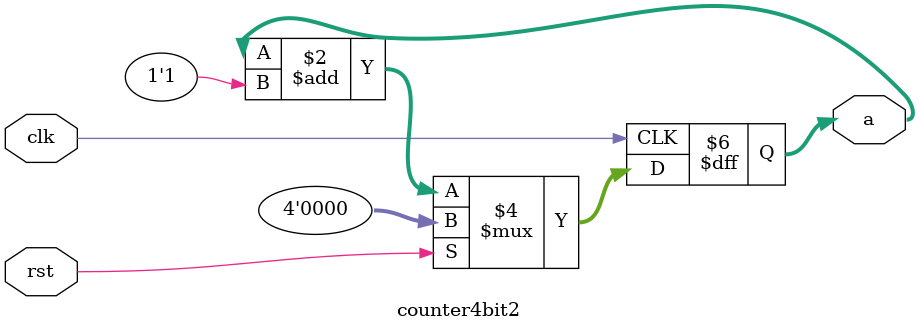
<source format=v>
`timescale 1ns / 1ps

module counter4bit2(clk, rst, a
    );
	input clk, rst;
    output reg [3:0] a;

    always @ (posedge clk)
        if (rst)
            a <= 4'b0000;
        else
            a <= a + 1'b1;
endmodule
</source>
